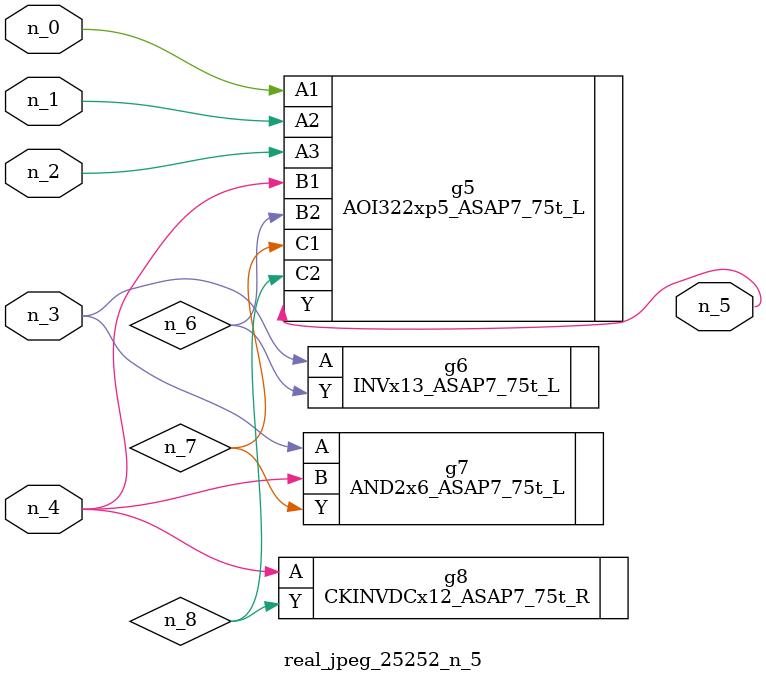
<source format=v>
module real_jpeg_25252_n_5 (n_4, n_0, n_1, n_2, n_3, n_5);

input n_4;
input n_0;
input n_1;
input n_2;
input n_3;

output n_5;

wire n_8;
wire n_6;
wire n_7;

AOI322xp5_ASAP7_75t_L g5 ( 
.A1(n_0),
.A2(n_1),
.A3(n_2),
.B1(n_4),
.B2(n_6),
.C1(n_7),
.C2(n_8),
.Y(n_5)
);

INVx13_ASAP7_75t_L g6 ( 
.A(n_3),
.Y(n_6)
);

AND2x6_ASAP7_75t_L g7 ( 
.A(n_3),
.B(n_4),
.Y(n_7)
);

CKINVDCx12_ASAP7_75t_R g8 ( 
.A(n_4),
.Y(n_8)
);


endmodule
</source>
